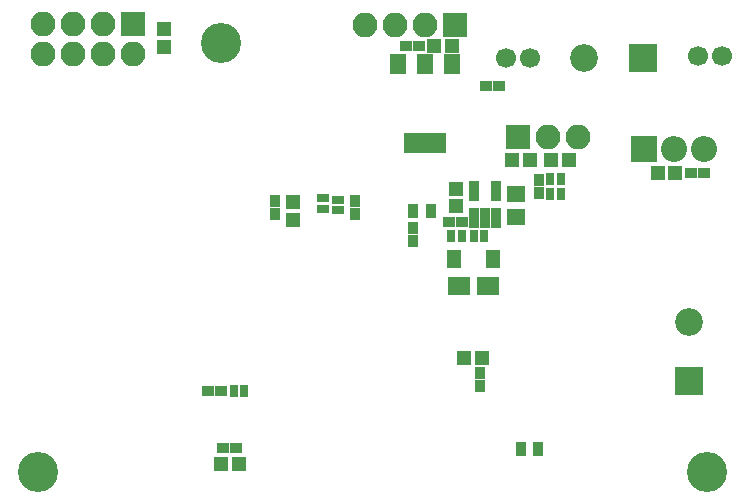
<source format=gbs>
G04 #@! TF.FileFunction,Soldermask,Bot*
%FSLAX46Y46*%
G04 Gerber Fmt 4.6, Leading zero omitted, Abs format (unit mm)*
G04 Created by KiCad (PCBNEW 4.0.7) date 06/27/18 11:47:53*
%MOMM*%
%LPD*%
G01*
G04 APERTURE LIST*
%ADD10C,0.100000*%
%ADD11R,2.200000X2.200000*%
%ADD12O,2.200000X2.200000*%
%ADD13C,1.700000*%
%ADD14C,3.400000*%
%ADD15R,1.200000X1.150000*%
%ADD16R,1.000000X0.900000*%
%ADD17R,0.900000X1.000000*%
%ADD18R,1.150000X1.200000*%
%ADD19R,1.900000X1.650000*%
%ADD20R,1.300000X1.600000*%
%ADD21R,0.900000X1.300000*%
%ADD22R,1.650000X1.400000*%
%ADD23R,0.800000X1.000000*%
%ADD24R,1.000000X0.800000*%
%ADD25R,1.330000X1.710000*%
%ADD26R,3.640000X1.710000*%
%ADD27R,0.958800X1.670000*%
%ADD28R,2.100000X2.100000*%
%ADD29O,2.100000X2.100000*%
%ADD30R,2.350000X2.350000*%
%ADD31C,2.350000*%
G04 APERTURE END LIST*
D10*
D11*
X144653000Y-87503000D03*
D12*
X147193000Y-87503000D03*
X149733000Y-87503000D03*
D13*
X149225000Y-79629000D03*
X151225000Y-79629000D03*
D14*
X149987000Y-114808000D03*
X108839000Y-78486000D03*
D15*
X108851000Y-114173000D03*
X110351000Y-114173000D03*
D16*
X110151000Y-112776000D03*
X109051000Y-112776000D03*
X107781000Y-107950000D03*
X108881000Y-107950000D03*
D17*
X113411000Y-91906000D03*
X113411000Y-93006000D03*
D18*
X114935000Y-93460000D03*
X114935000Y-91960000D03*
X103987600Y-77304200D03*
X103987600Y-78804200D03*
D17*
X125095000Y-94192000D03*
X125095000Y-95292000D03*
D16*
X131276000Y-82169000D03*
X132376000Y-82169000D03*
D15*
X147308000Y-89535000D03*
X145808000Y-89535000D03*
D16*
X149775000Y-89535000D03*
X148675000Y-89535000D03*
X125645000Y-78740000D03*
X124545000Y-78740000D03*
D15*
X130925000Y-105156000D03*
X129425000Y-105156000D03*
D16*
X128164500Y-93662500D03*
X129264500Y-93662500D03*
D18*
X128714500Y-92317000D03*
X128714500Y-90817000D03*
D19*
X128988500Y-99060000D03*
X131488500Y-99060000D03*
D13*
X135001000Y-79756000D03*
X133001000Y-79756000D03*
D17*
X135763000Y-90128000D03*
X135763000Y-91228000D03*
X120205500Y-91906000D03*
X120205500Y-93006000D03*
D20*
X128588500Y-96774000D03*
X131888500Y-96774000D03*
D21*
X125107000Y-92710000D03*
X126607000Y-92710000D03*
D22*
X133794500Y-91265500D03*
X133794500Y-93265500D03*
D23*
X109913000Y-107950000D03*
X110813000Y-107950000D03*
X128328000Y-94869000D03*
X129228000Y-94869000D03*
X130233000Y-94869000D03*
X131133000Y-94869000D03*
D17*
X130764280Y-106455120D03*
X130764280Y-107555120D03*
D23*
X136710000Y-90043000D03*
X137610000Y-90043000D03*
X136710000Y-91313000D03*
X137610000Y-91313000D03*
D24*
X118745000Y-92652000D03*
X118745000Y-91752000D03*
X117475000Y-91625000D03*
X117475000Y-92525000D03*
D21*
X134225600Y-112903000D03*
X135725600Y-112903000D03*
D25*
X123821000Y-80284500D03*
X126111000Y-80284500D03*
X128401000Y-80284500D03*
D26*
X126111000Y-86974500D03*
D27*
X132156200Y-93345000D03*
X131191000Y-93345000D03*
X130225800Y-93345000D03*
X130225800Y-91059000D03*
X132156200Y-91059000D03*
D28*
X128651000Y-76962000D03*
D29*
X126111000Y-76962000D03*
X123571000Y-76962000D03*
X121031000Y-76962000D03*
D30*
X144613000Y-79756000D03*
D31*
X139613000Y-79756000D03*
D30*
X148463000Y-107148000D03*
D31*
X148463000Y-102148000D03*
D15*
X134989000Y-88392000D03*
X133489000Y-88392000D03*
X138291000Y-88392000D03*
X136791000Y-88392000D03*
D28*
X133985000Y-86487000D03*
D29*
X136525000Y-86487000D03*
X139065000Y-86487000D03*
D14*
X93345000Y-114808000D03*
D15*
X128385000Y-78740000D03*
X126885000Y-78740000D03*
D28*
X101371400Y-76885800D03*
D29*
X101371400Y-79425800D03*
X98831400Y-76885800D03*
X98831400Y-79425800D03*
X96291400Y-76885800D03*
X96291400Y-79425800D03*
X93751400Y-76885800D03*
X93751400Y-79425800D03*
M02*

</source>
